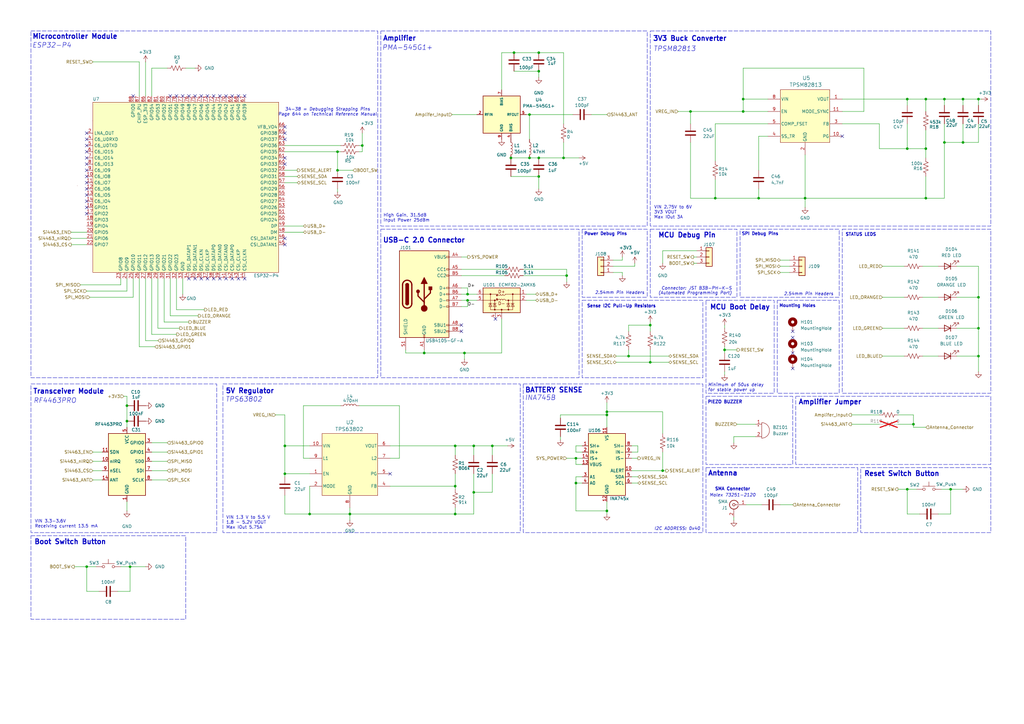
<source format=kicad_sch>
(kicad_sch (version 20250114) (generator "eeschema") (generator_version "9.0")
  (paper "A3")
  (title_block (title "EAGLE Video Receiver") (date "2025-12-02") (rev "A") (company "Illinois Space Society") (comment 3 "Eddie Tang, Azalea Shillington, Mason Miao, Mike Hung, Sahir Pagey") (comment 4 "Contributors: Kacper Paraniuk, Rohan Das, Thomas McManamen, Chethan Karandikar,"))
  (rectangle (start 348.488 97.536) (end 348.488 97.536))
  (rectangle (start 289.56 191.77) (end 351.79 218.44) (stroke (width 0) (type dash)))
  (rectangle (start 289.56 162.56) (end 325.12 190.5) (stroke (width 0) (type dash)))
  (rectangle (start 303.53 93.98) (end 344.17 121.92) (stroke (width 0) (type dash)))
  (rectangle (start 318.77 123.19) (end 344.17 161.29) (stroke (width 0) (type dash)))
  (rectangle (start 12.7 157.48) (end 88.9 218.44) (stroke (width 0) (type dash)))
  (rectangle (start 345.44 93.98) (end 406.4 161.29) (stroke (width 0) (type dash)))
  (rectangle (start 238.76 93.98) (end 265.43 121.92) (stroke (width 0) (type dash)))
  (rectangle (start 156.21 12.7) (end 265.43 92.71) (stroke (width 0) (type dash)))
  (rectangle (start 214.63 157.48) (end 288.29 218.44) (stroke (width 0) (type dash)))
  (rectangle (start 12.7 219.71) (end 76.2 254) (stroke (width 0) (type dash)))
  (rectangle (start 266.7 93.98) (end 302.26 121.92) (stroke (width 0) (type dash)))
  (rectangle (start 353.06 191.77) (end 406.4 218.44) (stroke (width 0) (type dash)))
  (rectangle (start 91.44 157.48) (end 213.36 218.44) (stroke (width 0) (type dash)))
  (rectangle (start 289.56 123.19) (end 317.5 161.29) (stroke (width 0) (type dash)))
  (rectangle (start 156.21 93.98) (end 237.49 154.94) (stroke (width 0) (type dash)))
  (rectangle (start 326.39 162.56) (end 406.4 190.5) (stroke (width 0) (type dash)))
  (rectangle (start 238.76 123.19) (end 288.29 154.94) (stroke (width 0) (type dash)))
  (rectangle (start 406.908 160.274) (end 406.908 160.274))
  (rectangle (start 266.7 12.7) (end 406.4 92.71) (stroke (width 0) (type dash)))
  (rectangle (start 12.7 12.7) (end 154.94 154.94) (stroke (width 0) (type dash)))
  (text "Reset Switch Button" (at 354.33 195.58 0) (effects (font (size 2 2) (thickness 0.4) (bold yes)) (justify left bottom)))
  (text "SPI Debug Pins\n\n" (at 304.165 95.25 0) (effects (font (size 1.27 1.27) (thickness 0.254) (bold yes)) (justify left top)))
  (text "Microcontroller Module\n" (at 13.208 16.256 0) (effects (font (size 2 2) (thickness 0.4) (bold yes)) (justify left bottom)))
  (text "VIN 2.75V to 6V\n3V3 VOUT\nMax IOut 3A" (at 268.224 89.916 0) (effects (font (size 1.27 1.27)) (justify left bottom)))
  (text "TPS63802\n" (at 92.456 165.1 0) (effects (font (size 2 2) (italic yes)) (justify left bottom)))
  (text "Connector: JST B3B-PH-K-S" (at 300.228 119.126 0) (effects (font (size 1.27 1.27) (italic yes)) (justify right bottom)))
  (text "ESP32-P4\n\n" (at 13.208 23.114 0) (effects (font (size 2 2) (italic yes)) (justify left bottom)))
  (text "2.54mm Pin Headers" (at 264.414 120.904 0) (effects (font (size 1.27 1.27) (italic yes)) (justify right bottom)))
  (text "High Gain, 31.5dB\nInput Power 25dBm " (at 157.226 91.186 0) (effects (font (size 1.27 1.27)) (justify left bottom)))
  (text "SMA Connector" (at 300.482 200.66 0) (effects (font (size 1.27 1.27) (thickness 0.254) (bold yes))))
  (text "Amplifier\n" (at 156.972 17.018 0) (effects (font (size 2 2) (thickness 0.4) (bold yes)) (justify left bottom)))
  (text "STATUS LEDS\n" (at 346.71 97.028 0) (effects (font (size 1.27 1.27) (thickness 0.254) (bold yes)) (justify left bottom)))
  (text "PIEZO BUZZER\n" (at 290.195 165.735 0) (effects (font (size 1.27 1.27) (thickness 0.254) (bold yes)) (justify left bottom)))
  (text "Sense I2C Pull-Up Resistors" (at 240.665 126.365 0) (effects (font (size 1.27 1.27) (thickness 0.254) (bold yes)) (justify left bottom)))
  (text "5V Regulator\n\n" (at 92.456 164.846 0) (effects (font (size 2 2) (thickness 0.4) (bold yes)) (justify left bottom)))
  (text "Molex 73251-2120\n" (at 300.482 203.2 0) (effects (font (size 1.27 1.27) (italic yes))))
  (text "I2C ADDRESS: 0x40" (at 287.274 217.678 0) (effects (font (size 1.27 1.27) (italic yes)) (justify right bottom)))
  (text "RF4463PRO\n" (at 13.716 165.608 0) (effects (font (size 2 2) (italic yes)) (justify left bottom)))
  (text "VIN 3.3-3.6V\nReceiving current 13.5 mA" (at 14.224 216.662 0) (effects (font (size 1.27 1.27)) (justify left bottom)))
  (text "Minimum of 50us delay\nfor stable power up\n" (at 290.322 160.782 0) (effects (font (size 1.27 1.27) (italic yes)) (justify left bottom)))
  (text "34-38 = Debugging Strapping Pins\nPage 644 on Technical Reference Manual\n" (at 134.366 45.974 0) (effects (font (size 1.27 1.27) (italic yes))))
  (text "MCU Debug Pin\n\n" (at 269.875 100.965 0) (effects (font (size 2 2) (thickness 0.4) (bold yes)) (justify left bottom)))
  (text "INA745B" (at 215.265 164.465 0) (effects (font (size 2 2) (italic yes)) (justify left bottom)))
  (text "Antenna" (at 290.322 193.04 0) (effects (font (size 2 2) (thickness 0.4) (bold yes)) (justify left top)))
  (text "BATTERY SENSE" (at 215.265 161.29 0) (effects (font (size 2 2) (thickness 0.4) (bold yes)) (justify left bottom)))
  (text "(Automated Programming Port)" (at 300.228 121.031 0) (effects (font (size 1.27 1.27) (italic yes)) (justify right bottom)))
  (text "Amplifier Jumper" (at 327.406 163.83 0) (effects (font (size 2 2) (thickness 0.4) (bold yes)) (justify left top)))
  (text "PMA-545G1+" (at 156.718 20.828 0) (effects (font (size 2 2) (italic yes)) (justify left bottom)))
  (text "Boot Switch Button" (at 13.97 223.52 0) (effects (font (size 2 2) (thickness 0.4) (bold yes)) (justify left bottom)))
  (text "TPSM82813" (at 267.97 21.336 0) (effects (font (size 2 2) (italic yes)) (justify left bottom)))
  (text "VIN 1.3 V to 5.5 V\n1.8 - 5.2V VOUT\nMax IOut 5.75A\n" (at 92.71 217.17 0) (effects (font (size 1.27 1.27)) (justify left bottom)))
  (text "Power Debug Pins" (at 239.522 95.25 0) (effects (font (size 1.27 1.27) (thickness 0.254) (bold yes)) (justify left top)))
  (text "Mounting Holes" (at 319.532 126.238 0) (effects (font (size 1.27 1.27) (thickness 0.254) (bold yes)) (justify left bottom)))
  (text "2.54mm Pin Headers" (at 341.884 121.412 0) (effects (font (size 1.27 1.27) (italic yes)) (justify right bottom)))
  (text "Transceiver Module" (at 13.462 161.798 0) (effects (font (size 2 2) (thickness 0.4) (bold yes)) (justify left bottom)))
  (text "3V3 Buck Converter\n\n" (at 267.716 20.32 0) (effects (font (size 2 2) (thickness 0.4) (bold yes)) (justify left bottom)))
  (text "MCU Boot Delay" (at 291.084 127.254 0) (effects (font (size 2 2) (thickness 0.4) (bold yes)) (justify left bottom)))
  (text "USB-C 2.0 Connector" (at 156.972 99.822 0) (effects (font (size 2 2) (thickness 0.4) (bold yes)) (justify left bottom)))
  (junction (at 201.93 182.88))
  (junction (at 217.17 64.77))
  (junction (at 330.2 81.28))
  (junction (at 297.18 143.51))
  (junction (at 389.89 200.66))
  (junction (at 372.11 60.96))
  (junction (at 401.32 134.62))
  (junction (at 116.84 182.88))
  (junction (at 236.22 198.12))
  (junction (at 401.32 121.92))
  (junction (at 186.69 182.88))
  (junction (at 190.5 144.78))
  (junction (at 231.14 64.77))
  (junction (at 173.99 144.78))
  (junction (at 372.11 40.64))
  (junction (at 236.22 187.96))
  (junction (at 191.77 123.19))
  (junction (at 210.82 21.59))
  (junction (at 394.97 58.42))
  (junction (at 217.17 46.99))
  (junction (at 248.92 170.18))
  (junction (at 387.35 58.42))
  (junction (at 116.84 194.31))
  (junction (at 311.15 81.28))
  (junction (at 248.92 209.55))
  (junction (at 35.56 232.41))
  (junction (at 220.98 72.39))
  (junction (at 148.59 59.69))
  (junction (at 232.41 113.03))
  (junction (at 379.73 40.64))
  (junction (at 304.8 45.72))
  (junction (at 127 210.82))
  (junction (at 138.43 62.23))
  (junction (at 186.69 210.82))
  (junction (at 271.78 193.04))
  (junction (at 401.32 40.64))
  (junction (at 266.7 148.59))
  (junction (at 52.07 172.72))
  (junction (at 374.65 173.99))
  (junction (at 53.34 232.41))
  (junction (at 372.11 200.66))
  (junction (at 194.31 182.88))
  (junction (at 220.98 29.21))
  (junction (at 283.21 45.72))
  (junction (at 186.69 199.39))
  (junction (at 379.73 60.96))
  (junction (at 379.73 81.28))
  (junction (at 257.81 146.05))
  (junction (at 304.8 40.64))
  (junction (at 209.55 64.77))
  (junction (at 220.98 21.59))
  (junction (at 266.7 133.35))
  (junction (at 220.98 64.77))
  (junction (at 394.97 40.64))
  (junction (at 52.07 166.37))
  (junction (at 138.43 69.85))
  (junction (at 191.77 120.65))
  (junction (at 194.31 201.93))
  (junction (at 387.35 40.64))
  (junction (at 143.51 210.82))
  (junction (at 293.37 81.28))
  (junction (at 401.32 146.05))
  (junction (at 248.92 168.91))
  (no_connect (at 35.56 67.31))
  (no_connect (at 80.01 114.3))
  (no_connect (at 95.25 114.3))
  (no_connect (at 35.56 57.15))
  (no_connect (at 35.56 69.85))
  (no_connect (at 69.85 39.37))
  (no_connect (at 92.71 39.37))
  (no_connect (at 100.33 114.3))
  (no_connect (at 77.47 39.37))
  (no_connect (at 189.23 135.89))
  (no_connect (at 35.56 80.01))
  (no_connect (at 87.63 114.3))
  (no_connect (at 97.79 114.3))
  (no_connect (at 85.09 39.37))
  (no_connect (at 35.56 54.61))
  (no_connect (at 116.84 52.07))
  (no_connect (at 54.61 39.37))
  (no_connect (at 100.33 39.37))
  (no_connect (at 82.55 39.37))
  (no_connect (at 35.56 72.39))
  (no_connect (at 95.25 39.37))
  (no_connect (at 35.56 82.55))
  (no_connect (at 35.56 87.63))
  (no_connect (at 35.56 85.09))
  (no_connect (at 35.56 59.69))
  (no_connect (at 92.71 114.3))
  (no_connect (at 116.84 54.61))
  (no_connect (at 116.84 97.79))
  (no_connect (at 74.93 39.37))
  (no_connect (at 116.84 67.31))
  (no_connect (at 35.56 74.93))
  (no_connect (at 325.12 135.89))
  (no_connect (at 325.12 138.43))
  (no_connect (at 345.44 55.88))
  (no_connect (at 160.02 194.31))
  (no_connect (at 72.39 39.37))
  (no_connect (at 97.79 39.37))
  (no_connect (at 116.84 100.33))
  (no_connect (at 189.23 133.35))
  (no_connect (at 35.56 64.77))
  (no_connect (at 90.17 39.37))
  (no_connect (at 35.56 77.47))
  (no_connect (at 35.56 62.23))
  (no_connect (at 116.84 57.15))
  (no_connect (at 87.63 39.37))
  (no_connect (at 85.09 114.3))
  (no_connect (at 77.47 114.3))
  (no_connect (at 80.01 39.37))
  (no_connect (at 325.12 151.13))
  (no_connect (at 82.55 114.3))
  (no_connect (at 203.2 130.81))
  (no_connect (at 325.12 144.78))
  (no_connect (at 90.17 114.3))
  (no_connect (at 116.84 64.77))
  (wire (pts (xy 194.31 182.88) (xy 201.93 182.88)))
  (wire (pts (xy 54.61 114.3) (xy 54.61 121.92)))
  (wire (pts (xy 116.84 210.82) (xy 127 210.82)))
  (wire (pts (xy 259.08 187.96) (xy 261.62 187.96)))
  (wire (pts (xy 271.78 168.91) (xy 248.92 168.91)))
  (wire (pts (xy 138.43 62.23) (xy 138.43 69.85)))
  (wire (pts (xy 238.76 190.5) (xy 236.22 190.5)))
  (wire (pts (xy 252.73 146.05) (xy 257.81 146.05)))
  (wire (pts (xy 372.11 60.96) (xy 379.73 60.96)))
  (wire (pts (xy 401.32 50.8) (xy 401.32 58.42)))
  (wire (pts (xy 257.81 135.89) (xy 257.81 133.35)))
  (wire (pts (xy 52.07 205.74) (xy 52.07 209.55)))
  (wire (pts (xy 29.21 97.79) (xy 35.56 97.79)))
  (wire (pts (xy 259.08 198.12) (xy 261.62 198.12)))
  (wire (pts (xy 284.48 107.95) (xy 285.75 107.95)))
  (wire (pts (xy 260.35 109.22) (xy 251.46 109.22)))
  (wire (pts (xy 38.1 189.23) (xy 41.91 189.23)))
  (wire (pts (xy 53.34 232.41) (xy 59.69 232.41)))
  (wire (pts (xy 72.39 127) (xy 72.39 114.3)))
  (wire (pts (xy 189.23 118.11) (xy 191.77 118.11)))
  (wire (pts (xy 293.37 50.8) (xy 314.96 50.8)))
  (wire (pts (xy 138.43 69.85) (xy 144.78 69.85)))
  (wire (pts (xy 236.22 187.96) (xy 232.41 187.96)))
  (wire (pts (xy 189.23 125.73) (xy 191.77 125.73)))
  (wire (pts (xy 231.14 21.59) (xy 231.14 50.8)))
  (wire (pts (xy 62.23 185.42) (xy 68.58 185.42)))
  (wire (pts (xy 394.97 58.42) (xy 401.32 58.42)))
  (wire (pts (xy 116.84 182.88) (xy 116.84 170.18)))
  (wire (pts (xy 372.11 40.64) (xy 372.11 43.18)))
  (wire (pts (xy 62.23 137.16) (xy 72.39 137.16)))
  (wire (pts (xy 259.08 185.42) (xy 261.62 185.42)))
  (wire (pts (xy 194.31 201.93) (xy 194.31 210.82)))
  (wire (pts (xy 160.02 182.88) (xy 186.69 182.88)))
  (wire (pts (xy 232.41 113.03) (xy 214.63 113.03)))
  (wire (pts (xy 220.98 21.59) (xy 231.14 21.59)))
  (wire (pts (xy 293.37 73.66) (xy 293.37 81.28)))
  (wire (pts (xy 69.85 129.54) (xy 81.28 129.54)))
  (wire (pts (xy 255.27 111.76) (xy 255.27 113.03)))
  (wire (pts (xy 238.76 182.88) (xy 236.22 182.88)))
  (wire (pts (xy 194.31 182.88) (xy 194.31 186.69)))
  (wire (pts (xy 116.84 69.85) (xy 121.92 69.85)))
  (wire (pts (xy 311.15 81.28) (xy 330.2 81.28)))
  (wire (pts (xy 259.08 193.04) (xy 271.78 193.04)))
  (wire (pts (xy 300.99 179.07) (xy 300.99 181.61)))
  (wire (pts (xy 189.23 110.49) (xy 207.01 110.49)))
  (wire (pts (xy 190.5 144.78) (xy 205.74 144.78)))
  (wire (pts (xy 209.55 64.77) (xy 217.17 64.77)))
  (wire (pts (xy 271.78 193.04) (xy 271.78 185.42)))
  (wire (pts (xy 278.13 45.72) (xy 283.21 45.72)))
  (wire (pts (xy 266.7 148.59) (xy 274.32 148.59)))
  (wire (pts (xy 401.32 134.62) (xy 401.32 121.92)))
  (wire (pts (xy 360.68 60.96) (xy 372.11 60.96)))
  (wire (pts (xy 401.32 134.62) (xy 392.43 134.62)))
  (wire (pts (xy 361.95 121.92) (xy 370.84 121.92)))
  (wire (pts (xy 349.25 173.99) (xy 360.68 173.99)))
  (wire (pts (xy 205.74 130.81) (xy 205.74 144.78)))
  (wire (pts (xy 160.02 199.39) (xy 186.69 199.39)))
  (wire (pts (xy 76.2 27.94) (xy 80.01 27.94)))
  (wire (pts (xy 62.23 181.61) (xy 68.58 181.61)))
  (wire (pts (xy 209.55 72.39) (xy 220.98 72.39)))
  (wire (pts (xy 387.35 81.28) (xy 387.35 58.42)))
  (wire (pts (xy 387.35 58.42) (xy 394.97 58.42)))
  (wire (pts (xy 330.2 81.28) (xy 379.73 81.28)))
  (wire (pts (xy 59.69 139.7) (xy 64.77 139.7)))
  (wire (pts (xy 349.25 170.18) (xy 360.68 170.18)))
  (wire (pts (xy 57.15 39.37) (xy 57.15 25.4)))
  (wire (pts (xy 330.2 85.09) (xy 330.2 81.28)))
  (wire (pts (xy 143.51 210.82) (xy 143.51 213.36)))
  (wire (pts (xy 231.14 64.77) (xy 237.49 64.77)))
  (wire (pts (xy 311.15 55.88) (xy 311.15 69.85)))
  (wire (pts (xy 138.43 77.47) (xy 138.43 78.74)))
  (wire (pts (xy 379.73 72.39) (xy 379.73 81.28)))
  (wire (pts (xy 372.11 200.66) (xy 375.92 200.66)))
  (wire (pts (xy 57.15 142.24) (xy 57.15 114.3)))
  (wire (pts (xy 229.87 170.18) (xy 248.92 170.18)))
  (wire (pts (xy 163.83 166.37) (xy 163.83 187.96)))
  (wire (pts (xy 252.73 148.59) (xy 266.7 148.59)))
  (wire (pts (xy 124.46 166.37) (xy 139.7 166.37)))
  (wire (pts (xy 238.76 187.96) (xy 236.22 187.96)))
  (wire (pts (xy 186.69 194.31) (xy 186.69 199.39)))
  (wire (pts (xy 116.84 182.88) (xy 127 182.88)))
  (wire (pts (xy 191.77 118.11) (xy 191.77 120.65)))
  (wire (pts (xy 236.22 198.12) (xy 236.22 209.55)))
  (wire (pts (xy 229.87 180.34) (xy 229.87 179.07)))
  (wire (pts (xy 124.46 187.96) (xy 127 187.96)))
  (wire (pts (xy 201.93 182.88) (xy 208.28 182.88)))
  (wire (pts (xy 201.93 201.93) (xy 194.31 201.93)))
  (wire (pts (xy 160.02 187.96) (xy 163.83 187.96)))
  (wire (pts (xy 232.41 113.03) (xy 232.41 115.57)))
  (wire (pts (xy 401.32 40.64) (xy 402.59 40.64)))
  (wire (pts (xy 297.18 143.51) (xy 302.26 143.51)))
  (wire (pts (xy 248.92 205.74) (xy 248.92 209.55)))
  (wire (pts (xy 116.84 72.39) (xy 121.92 72.39)))
  (wire (pts (xy 379.73 53.34) (xy 379.73 60.96)))
  (wire (pts (xy 220.98 31.75) (xy 220.98 29.21)))
  (wire (pts (xy 236.22 198.12) (xy 238.76 198.12)))
  (wire (pts (xy 205.74 21.59) (xy 205.74 36.83)))
  (wire (pts (xy 304.8 27.94) (xy 304.8 40.64)))
  (wire (pts (xy 116.84 182.88) (xy 116.84 194.31)))
  (wire (pts (xy 217.17 64.77) (xy 220.98 64.77)))
  (wire (pts (xy 361.95 146.05) (xy 370.84 146.05)))
  (wire (pts (xy 148.59 54.61) (xy 148.59 59.69)))
  (wire (pts (xy 62.23 196.85) (xy 68.58 196.85)))
  (wire (pts (xy 116.84 95.25) (xy 124.46 95.25)))
  (wire (pts (xy 148.59 62.23) (xy 148.59 59.69)))
  (wire (pts (xy 30.48 232.41) (xy 35.56 232.41)))
  (wire (pts (xy 62.23 27.94) (xy 68.58 27.94)))
  (wire (pts (xy 283.21 58.42) (xy 283.21 81.28)))
  (wire (pts (xy 116.84 194.31) (xy 127 194.31)))
  (wire (pts (xy 372.11 50.8) (xy 372.11 60.96)))
  (wire (pts (xy 116.84 194.31) (xy 116.84 195.58)))
  (wire (pts (xy 248.92 170.18) (xy 248.92 175.26)))
  (wire (pts (xy 147.32 62.23) (xy 148.59 62.23)))
  (wire (pts (xy 372.11 40.64) (xy 379.73 40.64)))
  (wire (pts (xy 259.08 182.88) (xy 261.62 182.88)))
  (wire (pts (xy 389.89 210.82) (xy 389.89 200.66)))
  (wire (pts (xy 186.69 199.39) (xy 186.69 200.66)))
  (wire (pts (xy 372.11 210.82) (xy 377.19 210.82)))
  (wire (pts (xy 220.98 72.39) (xy 220.98 77.47)))
  (wire (pts (xy 48.26 242.57) (xy 53.34 242.57)))
  (wire (pts (xy 320.04 207.01) (xy 325.12 207.01)))
  (wire (pts (xy 384.81 210.82) (xy 389.89 210.82)))
  (wire (pts (xy 306.07 207.01) (xy 312.42 207.01)))
  (wire (pts (xy 361.95 109.22) (xy 370.84 109.22)))
  (wire (pts (xy 266.7 143.51) (xy 266.7 148.59)))
  (wire (pts (xy 189.23 120.65) (xy 191.77 120.65)))
  (wire (pts (xy 113.03 170.18) (xy 116.84 170.18)))
  (wire (pts (xy 236.22 185.42) (xy 238.76 185.42)))
  (wire (pts (xy 143.51 210.82) (xy 186.69 210.82)))
  (wire (pts (xy 283.21 45.72) (xy 304.8 45.72)))
  (wire (pts (xy 283.21 81.28) (xy 293.37 81.28)))
  (wire (pts (xy 293.37 81.28) (xy 311.15 81.28)))
  (wire (pts (xy 67.31 132.08) (xy 77.47 132.08)))
  (wire (pts (xy 189.23 123.19) (xy 191.77 123.19)))
  (wire (pts (xy 271.78 102.87) (xy 285.75 102.87)))
  (wire (pts (xy 191.77 123.19) (xy 195.58 123.19)))
  (wire (pts (xy 35.56 232.41) (xy 39.37 232.41)))
  (wire (pts (xy 261.62 185.42) (xy 261.62 182.88)))
  (wire (pts (xy 320.04 106.68) (xy 323.85 106.68)))
  (wire (pts (xy 201.93 194.31) (xy 201.93 201.93)))
  (wire (pts (xy 394.97 40.64) (xy 401.32 40.64)))
  (wire (pts (xy 69.85 129.54) (xy 69.85 114.3)))
  (wire (pts (xy 372.11 200.66) (xy 372.11 210.82)))
  (wire (pts (xy 38.1 25.4) (xy 57.15 25.4)))
  (wire (pts (xy 374.65 173.99) (xy 368.3 173.99)))
  (wire (pts (xy 210.82 21.59) (xy 220.98 21.59)))
  (wire (pts (xy 255.27 106.68) (xy 255.27 105.41)))
  (wire (pts (xy 311.15 55.88) (xy 314.96 55.88)))
  (wire (pts (xy 59.69 25.4) (xy 59.69 39.37)))
  (wire (pts (xy 173.99 144.78) (xy 166.37 144.78)))
  (wire (pts (xy 215.9 120.65) (xy 219.71 120.65)))
  (wire (pts (xy 201.93 182.88) (xy 201.93 186.69)))
  (wire (pts (xy 191.77 120.65) (xy 195.58 120.65)))
  (wire (pts (xy 354.33 45.72) (xy 354.33 27.94)))
  (wire (pts (xy 257.81 133.35) (xy 266.7 133.35)))
  (wire (pts (xy 273.05 193.04) (xy 271.78 193.04)))
  (wire (pts (xy 127 210.82) (xy 143.51 210.82)))
  (wire (pts (xy 185.42 46.99) (xy 195.58 46.99)))
  (wire (pts (xy 401.32 146.05) (xy 392.43 146.05)))
  (wire (pts (xy 36.83 121.92) (xy 54.61 121.92)))
  (wire (pts (xy 53.34 242.57) (xy 53.34 232.41)))
  (wire (pts (xy 214.63 110.49) (xy 232.41 110.49)))
  (wire (pts (xy 304.8 27.94) (xy 354.33 27.94)))
  (wire (pts (xy 387.35 50.8) (xy 387.35 58.42)))
  (wire (pts (xy 236.22 187.96) (xy 236.22 190.5)))
  (wire (pts (xy 173.99 144.78) (xy 190.5 144.78)))
  (wire (pts (xy 215.9 46.99) (xy 217.17 46.99)))
  (wire (pts (xy 378.46 109.22) (xy 384.81 109.22)))
  (wire (pts (xy 368.3 170.18) (xy 374.65 170.18)))
  (wire (pts (xy 189.23 105.41) (xy 191.77 105.41)))
  (wire (pts (xy 297.18 143.51) (xy 297.18 144.78)))
  (wire (pts (xy 378.46 121.92) (xy 384.81 121.92)))
  (wire (pts (xy 374.65 170.18) (xy 374.65 173.99)))
  (wire (pts (xy 401.32 109.22) (xy 392.43 109.22)))
  (wire (pts (xy 389.89 200.66) (xy 394.97 200.66)))
  (wire (pts (xy 49.53 114.3) (xy 49.53 116.84)))
  (wire (pts (xy 271.78 177.8) (xy 271.78 168.91)))
  (wire (pts (xy 186.69 210.82) (xy 194.31 210.82)))
  (wire (pts (xy 166.37 143.51) (xy 166.37 144.78)))
  (wire (pts (xy 257.81 143.51) (xy 257.81 146.05)))
  (wire (pts (xy 63.5 142.24) (xy 57.15 142.24)))
  (wire (pts (xy 116.84 74.93) (xy 121.92 74.93)))
  (wire (pts (xy 236.22 182.88) (xy 236.22 185.42)))
  (wire (pts (xy 401.32 152.4) (xy 401.32 146.05)))
  (wire (pts (xy 35.56 232.41) (xy 35.56 242.57)))
  (wire (pts (xy 401.32 121.92) (xy 401.32 109.22)))
  (wire (pts (xy 62.23 193.04) (xy 68.58 193.04)))
  (wire (pts (xy 72.39 127) (xy 83.82 127)))
  (wire (pts (xy 345.44 50.8) (xy 360.68 50.8)))
  (wire (pts (xy 52.07 119.38) (xy 52.07 114.3)))
  (wire (pts (xy 173.99 143.51) (xy 173.99 144.78)))
  (wire (pts (xy 232.41 110.49) (xy 232.41 113.03)))
  (wire (pts (xy 210.82 29.21) (xy 220.98 29.21)))
  (wire (pts (xy 394.97 40.64) (xy 394.97 43.18)))
  (wire (pts (xy 215.9 123.19) (xy 219.71 123.19)))
  (wire (pts (xy 379.73 40.64) (xy 387.35 40.64)))
  (wire (pts (xy 127 199.39) (xy 127 210.82)))
  (wire (pts (xy 387.35 40.64) (xy 387.35 43.18)))
  (wire (pts (xy 302.26 173.99) (xy 309.88 173.99)))
  (wire (pts (xy 74.93 114.3) (xy 74.93 120.65)))
  (wire (pts (xy 374.65 175.26) (xy 379.73 175.26)))
  (wire (pts (xy 49.53 232.41) (xy 53.34 232.41)))
  (wire (pts (xy 52.07 162.56) (xy 52.07 166.37)))
  (wire (pts (xy 284.48 105.41) (xy 285.75 105.41)))
  (wire (pts (xy 300.99 212.09) (xy 300.99 213.36)))
  (wire (pts (xy 271.78 102.87) (xy 271.78 107.95)))
  (wire (pts (xy 266.7 132.08) (xy 266.7 133.35)))
  (wire (pts (xy 191.77 125.73) (xy 191.77 123.19)))
  (wire (pts (xy 38.1 185.42) (xy 41.91 185.42)))
  (wire (pts (xy 52.07 166.37) (xy 52.07 172.72)))
  (wire (pts (xy 251.46 106.68) (xy 255.27 106.68)))
  (wire (pts (xy 248.92 46.99) (xy 242.57 46.99)))
  (wire (pts (xy 297.18 152.4) (xy 297.18 153.67)))
  (wire (pts (xy 29.21 100.33) (xy 35.56 100.33)))
  (wire (pts (xy 138.43 62.23) (xy 139.7 62.23)))
  (wire (pts (xy 59.69 114.3) (xy 59.69 139.7)))
  (wire (pts (xy 401.32 40.64) (xy 401.32 43.18)))
  (wire (pts (xy 293.37 66.04) (xy 293.37 50.8)))
  (wire (pts (xy 231.14 58.42) (xy 231.14 64.77)))
  (wire (pts (xy 147.32 59.69) (xy 148.59 59.69)))
  (wire (pts (xy 35.56 242.57) (xy 40.64 242.57)))
  (wire (pts (xy 304.8 40.64) (xy 304.8 45.72)))
  (wire (pts (xy 378.46 146.05) (xy 384.81 146.05)))
  (wire (pts (xy 229.87 170.18) (xy 229.87 171.45)))
  (wire (pts (xy 186.69 210.82) (xy 186.69 208.28)))
  (wire (pts (xy 190.5 147.32) (xy 190.5 144.78)))
  (wire (pts (xy 29.21 95.25) (xy 35.56 95.25)))
  (wire (pts (xy 238.76 195.58) (xy 236.22 195.58)))
  (wire (pts (xy 189.23 113.03) (xy 207.01 113.03)))
  (wire (pts (xy 194.31 194.31) (xy 194.31 201.93)))
  (wire (pts (xy 379.73 60.96) (xy 379.73 64.77)))
  (wire (pts (xy 163.83 166.37) (xy 147.32 166.37)))
  (wire (pts (xy 297.18 133.35) (xy 297.18 134.62)))
  (wire (pts (xy 311.15 77.47) (xy 311.15 81.28)))
  (wire (pts (xy 116.84 62.23) (xy 138.43 62.23)))
  (wire (pts (xy 143.51 210.82) (xy 143.51 208.28)))
  (wire (pts (xy 304.8 45.72) (xy 314.96 45.72)))
  (wire (pts (xy 186.69 182.88) (xy 194.31 182.88)))
  (wire (pts (xy 394.97 50.8) (xy 394.97 58.42)))
  (wire (pts (xy 217.17 46.99) (xy 217.17 57.15)))
  (wire (pts (xy 379.73 40.64) (xy 379.73 45.72)))
  (wire (pts (xy 320.04 109.22) (xy 323.85 109.22)))
  (wire (pts (xy 38.1 193.04) (xy 41.91 193.04)))
  (wire (pts (xy 283.21 45.72) (xy 283.21 50.8)))
  (wire (pts (xy 62.23 39.37) (xy 62.23 27.94)))
  (wire (pts (xy 257.81 146.05) (xy 274.32 146.05)))
  (wire (pts (xy 217.17 46.99) (xy 234.95 46.99)))
  (wire (pts (xy 116.84 203.2) (xy 116.84 210.82)))
  (wire (pts (xy 320.04 111.76) (xy 323.85 111.76)))
  (wire (pts (xy 52.07 172.72) (xy 52.07 175.26)))
  (wire (pts (xy 368.3 200.66) (xy 372.11 200.66)))
  (wire (pts (xy 248.92 168.91) (xy 248.92 170.18)))
  (wire (pts (xy 345.44 40.64) (xy 372.11 40.64)))
  (wire (pts (xy 379.73 81.28) (xy 387.35 81.28)))
  (wire (pts (xy 35.56 119.38) (xy 52.07 119.38)))
  (wire (pts (xy 33.02 116.84) (xy 49.53 116.84)))
  (wire (pts (xy 67.31 132.08) (xy 67.31 114.3)))
  (wire (pts (xy 255.27 111.76) (xy 251.46 111.76)))
  (wire (pts (xy 116.84 92.71) (xy 124.46 92.71)))
  (wire (pts (xy 236.22 195.58) (xy 236.22 198.12)))
  (wire (pts (xy 64.77 134.62) (xy 64.77 114.3)))
  (wire (pts (xy 261.62 195.58) (xy 259.08 195.58)))
  (wire (pts (xy 236.22 209.55) (xy 248.92 209.55)))
  (wire (pts (xy 50.8 162.56) (xy 52.07 162.56)))
  (wire (pts (xy 386.08 200.66) (xy 389.89 200.66)))
  (wire (pts (xy 38.1 196.85) (xy 41.91 196.85)))
  (wire (pts (xy 387.35 40.64) (xy 394.97 40.64)))
  (wire (pts (xy 124.46 187.96) (xy 124.46 166.37)))
  (wire (pts (xy 62.23 189.23) (xy 68.58 189.23)))
  (wire (pts (xy 62.23 137.16) (xy 62.23 114.3)))
  (wire (pts (xy 205.74 21.59) (xy 210.82 21.59)))
  (wire (pts (xy 330.2 63.5) (xy 330.2 81.28)))
  (wire (pts (xy 248.92 168.91) (xy 248.92 165.1)))
  (wire (pts (xy 374.65 175.26) (xy 374.65 173.99)))
  (wire (pts (xy 378.46 134.62) (xy 384.81 134.62)))
  (wire (pts (xy 361.95 134.62) (xy 370.84 134.62)))
  (wire (pts (xy 186.69 182.88) (xy 186.69 186.69)))
  (wire (pts (xy 309.88 179.07) (xy 300.99 179.07)))
  (wire (pts (xy 304.8 40.64) (xy 314.96 40.64)))
  (wire (pts (xy 345.44 45.72) (xy 354.33 45.72)))
  (wire (pts (xy 64.77 134.62) (xy 73.66 134.62)))
  (wire (pts (xy 260.35 107.95) (xy 260.35 109.22)))
  (wire (pts (xy 401.32 121.92) (xy 392.43 121.92)))
  (wire (pts (xy 360.68 50.8) (xy 360.68 60.96)))
  (wire (pts (xy 248.92 210.82) (xy 248.92 209.55)))
  (wire (pts (xy 401.32 146.05) (xy 401.32 134.62)))
  (wire (pts (xy 220.98 64.77) (xy 231.14 64.77)))
  (wire (pts (xy 266.7 133.35) (xy 266.7 135.89)))
  (wire (pts (xy 297.18 142.24) (xy 297.18 143.51)))
  (wire (pts (xy 116.84 59.69) (xy 139.7 59.69)))
  (label "D+" (at 191.77 118.11 0))
  (label "D-" (at 191.77 125.73 0))
  (hierarchical_label "VREG_IN" (shape input) (at 113.03 170.18 180))
  (hierarchical_label "USB_D+" (shape bidirectional) (at 124.46 92.71 0))
  (hierarchical_label "VREG_IN" (shape input) (at 278.13 45.72 180))
  (hierarchical_label "SENSE_ALERT" (shape output) (at 273.05 193.04 0))
  (hierarchical_label "LED_RED" (shape input) (at 361.95 109.22 180))
  (hierarchical_label "Si4463_GPIO1" (shape input) (at 68.58 185.42 0))
  (hierarchical_label "SENSE_SCL" (shape bidirectional) (at 261.62 198.12 0))
  (hierarchical_label "RESET_SW" (shape output) (at 368.3 200.66 180))
  (hierarchical_label "Si4463_EN" (shape input) (at 29.21 95.25 180))
  (hierarchical_label "SPI_SCK" (shape bidirectional) (at 320.04 111.76 180))
  (hierarchical_label "SPI_MOSI" (shape input) (at 36.83 121.92 180))
  (hierarchical_label "Si4463_ANT" (shape input) (at 248.92 46.99 0))
  (hierarchical_label "SPI_MISO" (shape input) (at 68.58 189.23 0))
  (hierarchical_label "RESET_SW" (shape output) (at 284.48 105.41 180))
  (hierarchical_label "BOOT_SW" (shape input) (at 144.78 69.85 0))
  (hierarchical_label "SENSE_SDA" (shape bidirectional) (at 252.73 146.05 180))
  (hierarchical_label "SPI_SCK" (shape input) (at 68.58 196.85 0))
  (hierarchical_label "SENSE_SDA" (shape bidirectional) (at 274.32 146.05 0))
  (hierarchical_label "Antenna_Connector" (shape input) (at 325.12 207.01 0))
  (hierarchical_label "SENSE_SCL" (shape bidirectional) (at 252.73 148.59 180))
  (hierarchical_label "SPI_MOSI" (shape bidirectional) (at 320.04 109.22 180))
  (hierarchical_label "Si4463_CS" (shape input) (at 38.1 193.04 180))
  (hierarchical_label "USB_D-" (shape bidirectional) (at 219.71 123.19 0))
  (hierarchical_label "SPI_SCK" (shape input) (at 35.56 119.38 180))
  (hierarchical_label "RESET_SW" (shape input) (at 38.1 25.4 180))
  (hierarchical_label "SENSE_SDA" (shape bidirectional) (at 121.92 72.39 0))
  (hierarchical_label "Amplifer_Input" (shape input) (at 185.42 46.99 180))
  (hierarchical_label "Antenna_Connector" (shape input) (at 379.73 175.26 0))
  (hierarchical_label "Si4463_GPIO0" (shape input) (at 68.58 181.61 0))
  (hierarchical_label "Si4463_GPIO0" (shape input) (at 64.77 139.7 0))
  (hierarchical_label "LED_GREEN" (shape output) (at 72.39 137.16 0))
  (hierarchical_label "LED_GREEN" (shape input) (at 361.95 134.62 180))
  (hierarchical_label "Si4463_CS" (shape output) (at 29.21 100.33 180))
  (hierarchical_label "Si4463_nIRQ" (shape input) (at 38.1 189.23 180))
  (hierarchical_label "SYS_POWER" (shape output) (at 191.77 105.41 0))
  (hierarchical_label "Si4463_ANT" (shape input) (at 38.1 196.85 180))
  (hierarchical_label "Si4463_ANT" (shape output) (at 349.25 173.99 180))
  (hierarchical_label "Amplifer_Input" (shape output) (at 349.25 170.18 180))
  (hierarchical_label "+3V3" (shape input) (at 50.8 162.56 180))
  (hierarchical_label "SPI_MISO" (shape input) (at 33.02 116.84 180))
  (hierarchical_label "USB_D+" (shape bidirectional) (at 219.71 120.65 0))
  (hierarchical_label "USB_D-" (shape bidirectional) (at 124.46 95.25 0))
  (hierarchical_label "SPI_MOSI" (shape input) (at 68.58 193.04 0))
  (hierarchical_label "VREG_IN" (shape output) (at 261.62 187.96 0))
  (hierarchical_label "BUZZER" (shape input) (at 302.26 173.99 180))
  (hierarchical_label "LED_ORANGE" (shape output) (at 81.28 129.54 0))
  (hierarchical_label "Si4463_EN" (shape input) (at 38.1 185.42 180))
  (hierarchical_label "LED_RED" (shape output) (at 83.82 127 0))
  (hierarchical_label "LED_ORANGE" (shape input) (at 361.95 121.92 180))
  (hierarchical_label "SYS_POWER" (shape input) (at 232.41 187.96 180))
  (hierarchical_label "LED_BLUE" (shape output) (at 73.66 134.62 0))
  (hierarchical_label "BUZZER" (shape output) (at 77.47 132.08 0))
  (hierarchical_label "Si4463_nIRQ" (shape input) (at 29.21 97.79 180))
  (hierarchical_label "SPI_MISO" (shape bidirectional) (at 320.04 106.68 180))
  (hierarchical_label "SENSE_ALERT" (shape output) (at 121.92 69.85 0))
  (hierarchical_label "SENSE_SCL" (shape bidirectional) (at 274.32 148.59 0))
  (hierarchical_label "BOOT_SW" (shape output) (at 30.48 232.41 180))
  (hierarchical_label "BOOT_SW" (shape output) (at 284.48 107.95 180))
  (hierarchical_label "SENSE_SDA" (shape bidirectional) (at 261.62 195.58 0))
  (hierarchical_label "RESET_SW" (shape output) (at 302.26 143.51 0))
  (hierarchical_label "LED_BLUE" (shape input) (at 361.95 146.05 180))
  (hierarchical_label "Si4463_GPIO1" (shape input) (at 63.5 142.24 0))
  (hierarchical_label "SENSE_SCL" (shape bidirectional) (at 121.92 74.93 0))
  (symbol (lib_id "power:GND") (at 297.18 153.67 0) (unit 1)
    (property "Reference" "#PWR0145" (effects (hide yes)))
    (property "Value" "GND" (effects (hide yes)))
  )
  (symbol (lib_id "Device:C") (at 44.45 242.57 90) (unit 1)
    (property "Reference" "C8" (at 44.45 246.888 90))
    (property "Value" "100nF" (at 44.45 238.76 90))
    (property "Footprint" "Capacitor_SMD:C_0603_1608Metric" (effects (hide yes)))
    (property "Description" "Unpolarized capacitor" (effects (hide yes)))
  )
  (symbol (lib_name "GND_5") (lib_id "power:GND") (at 59.69 232.41 90) (unit 1)
    (property "Reference" "#PWR05" (effects (hide yes)))
    (property "Value" "GND" (at 63.5 232.4099 90) (effects (justify right)))
    (property "Description" "Power symbol creates a global label with name \"GND\" , ground" (effects (hide yes)))
  )
  (symbol (lib_name "GND_4") (lib_id "power:GND") (at 220.98 77.47 0) (unit 1)
    (property "Reference" "#PWR036" (effects (hide yes)))
    (property "Value" "GND" (at 220.98 81.788 0))
    (property "Description" "Power symbol creates a global label with name \"GND\" , ground" (effects (hide yes)))
  )
  (symbol (lib_id "power:+3V3") (at 255.27 105.41 0) (unit 1)
    (property "Reference" "#PWR0146" (effects (hide yes)))
    (property "Value" "+3V3" (at 256.54 101.6 0))
  )
  (symbol (lib_id "Device:L") (at 143.51 166.37 90) (unit 1)
    (property "Reference" "L4" (at 143.51 162.56 90))
    (property "Value" "470nH" (at 143.764 164.338 90))
    (property "Footprint" "Inductor_SMD:L_Wuerth_MAPI-4030" (effects (hide yes)))
    (property "Datasheet" "https://twen.rs-online.com/web/p/surface-mount-inductors/0219783?srsltid=AfmBOoo9Sk5K7jhmoaVX80uGU7Vsk6CYOYr136yHL4eJBjwDb-GV-vbK" (effects (hide yes)))
    (property "Description" "Inductor" (effects (hide yes)))
  )
  (symbol (lib_id "Device:C") (at 394.97 46.99 180) (unit 1)
    (property "Reference" "C4" (at 398.018 49.53 0))
    (property "Value" "22uF" (at 398.272 51.816 0))
    (property "Footprint" "Capacitor_SMD:C_0603_1608Metric" (effects (hide yes)))
    (property "Description" "Unpolarized capacitor" (effects (hide yes)))
  )
  (symbol (lib_name "GND_2") (lib_id "power:GND") (at 59.69 166.37 90) (unit 1)
    (property "Reference" "#PWR035" (effects (hide yes)))
    (property "Value" "GND" (at 63.5 166.3699 90) (effects (justify right)))
    (property "Description" "Power symbol creates a global label with name \"GND\" , ground" (effects (hide yes)))
  )
  (symbol (lib_id "Device:R_US") (at 143.51 59.69 90) (unit 1)
    (property "Reference" "R19" (at 145.034 55.372 90) (effects (justify left)))
    (property "Value" "10k" (at 145.288 57.404 90) (effects (justify left)))
    (property "Footprint" "Resistor_SMD:R_0603_1608Metric" (effects (hide yes)))
    (property "Description" "Resistor, US symbol" (effects (hide yes)))
  )
  (symbol (lib_id "power:GND") (at 255.27 113.03 0) (unit 1)
    (property "Reference" "#PWR0147" (effects (hide yes)))
    (property "Value" "GND" (effects (hide yes)))
  )
  (symbol (lib_id "Device:LED") (at 388.62 146.05 180) (unit 1)
    (property "Reference" "D107" (at 390.2075 138.43 0))
    (property "Value" "BLUE LED" (at 390.2075 140.97 0))
    (property "Footprint" "LED_SMD:LED_0603_1608Metric" (effects (hide yes)))
    (property "Datasheet" "https://www.kingbrightusa.com/images/catalog/SPEC/APTD1608LVBC-D.pdf" (effects (hide yes)))
  )
  (symbol (lib_id "Amplifier_G-NiceRF:PMA-545G1+") (at 205.74 46.99 0) (unit 1)
    (property "Reference" "U4" (at 220.98 40.9192 0))
    (property "Value" "PMA-545G1+" (at 220.98 43.4592 0))
    (property "Footprint" "Package_QFN:QFN-8-1EP_3x3mm_P1.2mm_EP1.7x1.7mm" (effects (hide yes)))
    (property "Datasheet" "https://www.minicircuits.com/pdfs/PMA-545G1+.pdf" (effects (hide yes)))
    (property "Description" "Low Noise MMIC Amplifier, +22dBm" (effects (hide yes)))
  )
  (symbol (lib_id "Device:C") (at 194.31 190.5 180) (unit 1)
    (property "Reference" "C2" (at 196.85 192.786 0))
    (property "Value" "22uF" (at 197.866 195.072 0))
    (property "Footprint" "Capacitor_SMD:C_0603_1608Metric" (effects (hide yes)))
    (property "Description" "Unpolarized capacitor" (effects (hide yes)))
  )
  (symbol (lib_id "Device:C") (at 209.55 68.58 180) (unit 1)
    (property "Reference" "C35" (at 213.36 67.3099 0) (effects (justify right)))
    (property "Value" "100pF" (at 212.09 70.104 0) (effects (justify right)))
    (property "Footprint" "Capacitor_SMD:C_0603_1608Metric" (effects (hide yes)))
    (property "Description" "Unpolarized capacitor" (effects (hide yes)))
  )
  (symbol (lib_id "power:GND") (at 248.92 210.82 0) (unit 1)
    (property "Reference" "#PWR0126" (effects (hide yes)))
    (property "Value" "GND" (effects (hide yes)))
  )
  (symbol (lib_id "Device:C") (at 387.35 46.99 180) (unit 1)
    (property "Reference" "C48" (at 389.89 49.53 0))
    (property "Value" "22uF" (at 390.398 51.308 0))
    (property "Footprint" "Capacitor_SMD:C_0603_1608Metric" (effects (hide yes)))
    (property "Description" "Unpolarized capacitor" (effects (hide yes)))
  )
  (symbol (lib_id "Mechanical:MountingHole_Pad") (at 325.12 142.24 0) (unit 1)
    (property "Reference" "H103" (at 328.295 140.97 0) (effects (justify left)))
    (property "Value" "MountingHole" (at 328.295 143.51 0) (effects (justify left)))
    (property "Footprint" "MountingHole:MountingHole_3.2mm_M3_Pad_Via" (effects (hide yes)))
  )
  (symbol (lib_id "Device:R_US") (at 266.7 139.7 0) (unit 1)
    (property "Reference" "R122" (at 267.97 140.97 0) (effects (justify left)))
    (property "Value" "4.7k" (at 267.97 138.43 0) (effects (justify left)))
    (property "Footprint" "Resistor_SMD:R_0603_1608Metric" (effects (hide yes)))
  )
  (symbol (lib_name "+3V3_1") (lib_id "power:+3V3") (at 59.69 25.4 0) (unit 1)
    (property "Reference" "#PWR042" (effects (hide yes)))
    (property "Value" "+3V3" (at 56.896 21.336 0) (effects (justify left)))
    (property "Description" "Power symbol creates a global label with name \"+3V3\"" (effects (hide yes)))
  )
  (symbol (lib_id "Mechanical:MountingHole_Pad") (at 325.12 148.59 0) (unit 1)
    (property "Reference" "H104" (at 328.295 147.32 0) (effects (justify left)))
    (property "Value" "MountingHole" (at 328.295 149.86 0) (effects (justify left)))
    (property "Footprint" "MountingHole:MountingHole_3.2mm_M3_Pad_Via" (effects (hide yes)))
  )
  (symbol (lib_id "Device:C") (at 283.21 54.61 180) (unit 1)
    (property "Reference" "C45" (at 288.29 53.3399 0) (effects (justify right)))
    (property "Value" "22uF" (at 288.29 55.8799 0) (effects (justify right)))
    (property "Footprint" "Capacitor_SMD:C_0603_1608Metric" (effects (hide yes)))
    (property "Description" "Unpolarized capacitor" (effects (hide yes)))
  )
  (symbol (lib_id "Device:C") (at 210.82 25.4 0) (unit 1)
    (property "Reference" "C33" (at 214.122 24.13 0) (effects (justify left)))
    (property "Value" "100pF" (at 212.852 27.686 0) (effects (justify left)))
    (property "Footprint" "Capacitor_SMD:C_0603_1608Metric" (effects (hide yes)))
    (property "Description" "Unpolarized capacitor" (effects (hide yes)))
  )
  (symbol (lib_id "power:GND") (at 232.41 115.57 0) (unit 1)
    (property "Reference" "#PWR0116" (effects (hide yes)))
    (property "Value" "GND" (effects (hide yes)))
  )
  (symbol (lib_id "Device:R_US") (at 257.81 139.7 0) (unit 1)
    (property "Reference" "R117" (at 256.54 140.97 0) (effects (justify right)))
    (property "Value" "4.7k" (at 256.54 138.43 0) (effects (justify right)))
    (property "Footprint" "Resistor_SMD:R_0603_1608Metric" (effects (hide yes)))
  )
  (symbol (lib_id "Device:C") (at 116.84 199.39 180) (unit 1)
    (property "Reference" "C1" (at 120.65 198.1199 0) (effects (justify right)))
    (property "Value" "22uF" (at 120.65 200.6599 0) (effects (justify right)))
    (property "Footprint" "Capacitor_SMD:C_0603_1608Metric" (effects (hide yes)))
    (property "Description" "Unpolarized capacitor" (effects (hide yes)))
  )
  (symbol (lib_id "Device:C") (at 311.15 73.66 180) (unit 1)
    (property "Reference" "C46" (at 316.23 72.3899 0) (effects (justify right)))
    (property "Value" "4.7nF" (at 316.23 74.9299 0) (effects (justify right)))
    (property "Footprint" "Capacitor_SMD:C_0603_1608Metric" (effects (hide yes)))
    (property "Description" "Unpolarized capacitor" (effects (hide yes)))
  )
  (symbol (lib_id "Device:R_US") (at 231.14 54.61 0) (unit 1)
    (property "Reference" "R4" (at 232.41 54.102 0) (effects (justify left)))
    (property "Value" "0" (at 232.41 56.134 0) (effects (justify left)))
    (property "Footprint" "Resistor_SMD:R_0603_1608Metric" (effects (hide yes)))
    (property "Description" "Resistor, US symbol" (effects (hide yes)))
  )
  (symbol (lib_name "GND_4") (lib_id "power:GND") (at 190.5 147.32 0) (unit 1)
    (property "Reference" "#PWR043" (effects (hide yes)))
    (property "Value" "GND" (at 190.5 151.638 0))
    (property "Description" "Power symbol creates a global label with name \"GND\" , ground" (effects (hide yes)))
  )
  (symbol (lib_id "Device:R_US") (at 293.37 69.85 0) (unit 1)
    (property "Reference" "R14" (at 294.64 69.342 0) (effects (justify left)))
    (property "Value" "10k" (at 294.64 71.374 0) (effects (justify left)))
    (property "Footprint" "Resistor_SMD:R_0603_1608Metric" (effects (hide yes)))
    (property "Description" "Resistor, US symbol" (effects (hide yes)))
  )
  (symbol (lib_id "Transceiver_G-NiceRF:RF4463PRO") (at 52.07 189.23 0) (unit 1)
    (property "Reference" "U1" (effects (hide yes)))
    (property "Value" "RF4463PRO" (at 38.862 173.99 0) (effects (justify left)))
    (property "Footprint" "RF_Module_NiceRF:RF4463PRO" (effects (hide yes)))
    (property "Datasheet" "https://www.lcsc.com/datasheet/C3001528.pdf" (effects (hide yes)))
    (property "Description" "Long-distance wireless transceiver module, -126 dBm Sensitivity, 20dBm, 10mA@Receiving status" (effects (hide yes)))
  )
  (symbol (lib_id "Device:L") (at 217.17 60.96 0) (unit 1)
    (property "Reference" "L2" (at 218.44 59.6899 0) (effects (justify left)))
    (property "Value" "47nH" (at 218.44 62.2299 0) (effects (justify left)))
    (property "Footprint" "Inductor_SMD:L_0805_2012Metric" (effects (hide yes)))
    (property "Datasheet" "https://www.digikey.com/en/products/detail/murata-electronics/LQW2BAN47NG00L/5026491?gclsrc=aw.ds&gad_source=1&gad_campaignid=20509818233&gclid=CjwKCAiA8bvIBhBJEiwAu5ayrLz6e7HBlCgCuWkZEgYAe8MkRx9eNi643_MrEV7VP9tfTcZ_6bk-BhoCiPsQAvD_BwE" (effects (hide yes)))
    (property "Description" "Inductor" (effects (hide yes)))
  )
  (symbol (lib_id "Device:R_US") (at 364.49 170.18 90) (unit 1)
    (property "Reference" "R118" (at 359.41 168.91 90))
    (property "Value" "0" (at 368.3 168.91 90))
    (property "Footprint" "Resistor_SMD:R_0603_1608Metric" (effects (hide yes)))
    (property "Description" "Resistor, US symbol" (effects (hide yes)))
  )
  (symbol (lib_id "Device:C") (at 401.32 46.99 180) (unit 1)
    (property "Reference" "C5" (at 403.606 49.784 0))
    (property "Value" "22uF" (at 403.86 51.816 0))
    (property "Footprint" "Capacitor_SMD:C_0603_1608Metric" (effects (hide yes)))
    (property "Description" "Unpolarized capacitor" (effects (hide yes)))
  )
  (symbol (lib_id "Device:R_US") (at 210.82 113.03 270) (unit 1)
    (property "Reference" "R106" (at 203.2 111.76 90) (effects (justify left)))
    (property "Value" "5.1k" (at 214.63 111.76 90) (effects (justify left)))
    (property "Footprint" "Resistor_SMD:R_0603_1608Metric" (effects (hide yes)))
    (property "Description" "Resistor, US symbol" (effects (hide yes)))
  )
  (symbol (lib_name "GND_2") (lib_id "power:GND") (at 59.69 172.72 90) (unit 1)
    (property "Reference" "#PWR034" (effects (hide yes)))
    (property "Value" "GND" (at 63.5 172.7199 90) (effects (justify right)))
    (property "Description" "Power symbol creates a global label with name \"GND\" , ground" (effects (hide yes)))
  )
  (symbol (lib_id "power:+3V3") (at 266.7 132.08 0) (unit 1)
    (property "Reference" "#PWR0130" (effects (hide yes)))
    (property "Value" "+3V3" (at 266.7 127.9469 0))
  )
  (symbol (lib_id "Device:R_US") (at 374.65 109.22 90) (unit 1)
    (property "Reference" "R141" (at 374.65 102.87 90))
    (property "Value" "470" (at 374.65 105.41 90))
    (property "Footprint" "Resistor_SMD:R_0603_1608Metric" (effects (hide yes)))
  )
  (symbol (lib_id "Device:C") (at 297.18 148.59 0) (unit 1)
    (property "Reference" "C120" (at 298.45 146.05 0) (effects (justify left)))
    (property "Value" "1uF" (at 298.45 151.13 0) (effects (justify left)))
    (property "Footprint" "Capacitor_SMD:C_0603_1608Metric" (effects (hide yes)))
  )
  (symbol (lib_id "Device:R_US") (at 379.73 49.53 180) (unit 1)
    (property "Reference" "R18" (at 385.064 52.07 0) (effects (justify left)))
    (property "Value" "453k" (at 386.08 50.038 0) (effects (justify left)))
    (property "Footprint" "Resistor_SMD:R_0603_1608Metric" (effects (hide yes)))
    (property "Description" "Resistor, US symbol" (effects (hide yes)))
  )
  (symbol (lib_id "Device:C") (at 316.23 207.01 90) (unit 1)
    (property "Reference" "C49" (at 316.23 200.66 90))
    (property "Value" "100pF" (at 316.23 203.2 90))
    (property "Footprint" "Capacitor_SMD:C_0603_1608Metric" (effects (hide yes)))
    (property "Description" "Unpolarized capacitor" (effects (hide yes)))
  )
  (symbol (lib_id "power:+3V3") (at 297.18 133.35 0) (unit 1)
    (property "Reference" "#PWR0144" (effects (hide yes)))
    (property "Value" "+3V3" (at 297.18 129.2169 0))
  )
  (symbol (lib_id "Device:R_US") (at 374.65 121.92 90) (unit 1)
    (property "Reference" "R142" (at 374.65 115.57 90))
    (property "Value" "470" (at 374.65 118.11 90))
    (property "Footprint" "Resistor_SMD:R_0603_1608Metric" (effects (hide yes)))
  )
  (symbol (lib_id "Device:R_US") (at 379.73 68.58 180) (unit 1)
    (property "Reference" "R16" (at 378.46 69.088 0) (effects (justify left)))
    (property "Value" "100k" (at 378.46 67.056 0) (effects (justify left)))
    (property "Footprint" "Resistor_SMD:R_0603_1608Metric" (effects (hide yes)))
    (property "Description" "Resistor, US symbol" (effects (hide yes)))
  )
  (symbol (lib_id "power:GND") (at 229.87 180.34 0) (unit 1)
    (property "Reference" "#PWR0120" (effects (hide yes)))
    (property "Value" "GND" (effects (hide yes)))
  )
  (symbol (lib_id "Device:LED") (at 388.62 134.62 180) (unit 1)
    (property "Reference" "D106" (at 390.2075 127.635 0))
    (property "Value" "GREEN LED" (at 390.2075 130.175 0))
    (property "Footprint" "LED_SMD:LED_0603_1608Metric" (effects (hide yes)))
    (property "Datasheet" "https://www.kingbrightusa.com/images/catalog/SPEC/APTD1608LZGCK.pdf" (effects (hide yes)))
  )
  (symbol (lib_id "Device:R_US") (at 210.82 110.49 270) (unit 1)
    (property "Reference" "R105" (at 203.2 109.22 90) (effects (justify left)))
    (property "Value" "5.1k" (at 214.63 109.22 90) (effects (justify left)))
    (property "Footprint" "Resistor_SMD:R_0603_1608Metric" (effects (hide yes)))
    (property "Description" "Resistor, US symbol" (effects (hide yes)))
  )
  (symbol (lib_id "Device:C") (at 229.87 175.26 0) (unit 1)
    (property "Reference" "C114" (at 237.49 173.99 0) (effects (justify right)))
    (property "Value" "100nF" (at 232.41 176.53 0) (effects (justify left)))
    (property "Footprint" "Capacitor_SMD:C_0603_1608Metric" (effects (hide yes)))
  )
  (symbol (lib_id "Device:R_US") (at 364.49 173.99 90) (unit 1) (dnp yes)
    (property "Reference" "R119" (at 359.41 172.72 90))
    (property "Value" "0" (at 368.3 172.72 90))
    (property "Footprint" "Resistor_SMD:R_0603_1608Metric" (effects (hide yes)))
    (property "Description" "Resistor, US symbol" (effects (hide yes)))
  )
  (symbol (lib_name "GND_4") (lib_id "power:GND") (at 330.2 85.09 0) (unit 1)
    (property "Reference" "#PWR039" (effects (hide yes)))
    (property "Value" "GND" (at 330.2 89.408 0))
    (property "Description" "Power symbol creates a global label with name \"GND\" , ground" (effects (hide yes)))
  )
  (symbol (lib_id "Connector_Generic:Conn_01x03") (at 246.38 109.22 180) (unit 1)
    (property "Reference" "J108" (at 246.38 104.14 0))
    (property "Value" "Conn_01x03" (effects (hide yes)))
    (property "Footprint" "Connector_PinSocket_2.54mm:PinSocket_1x03_P2.54mm_Vertical" (effects (hide yes)))
    (property "Description" "Generic connector, single row, 01x03, script generated (kicad-library-utils/schlib/autogen/connector/)" (effects (hide yes)))
  )
  (symbol (lib_id "Power_Protection:ECMF02-2AMX6") (at 205.74 123.19 0) (mirror y) (unit 1)
    (property "Reference" "U101" (at 200.66 116.84 0))
    (property "Value" "ECMF02-2AMX6" (at 212.09 116.84 0))
    (property "Footprint" "Package_DFN_QFN:ST_UQFN-6L_1.5x1.7mm_P0.5mm" (effects (hide yes)))
    (property "Datasheet" "https://www.st.com/resource/en/datasheet/ecmf02-2amx6.pdf" (effects (hide yes)))
  )
  (symbol (lib_name "+3V3_1") (lib_id "power:+3V3") (at 148.59 54.61 0) (unit 1)
    (property "Reference" "#PWR04" (effects (hide yes)))
    (property "Value" "+3V3" (at 147.828 50.546 0) (effects (justify left)))
    (property "Description" "Power symbol creates a global label with name \"+3V3\"" (effects (hide yes)))
  )
  (symbol (lib_id "Device:R_US") (at 143.51 62.23 90) (unit 1)
    (property "Reference" "R5" (at 144.018 66.04 90) (effects (justify left)))
    (property "Value" "10k" (at 145.542 64.516 90) (effects (justify left)))
    (property "Footprint" "Resistor_SMD:R_0603_1608Metric" (effects (hide yes)))
    (property "Description" "Resistor, US symbol" (effects (hide yes)))
  )
  (symbol (lib_name "GND_4") (lib_id "power:GND") (at 138.43 78.74 0) (unit 1)
    (property "Reference" "#PWR047" (effects (hide yes)))
    (property "Value" "GND" (at 138.684 83.058 0))
    (property "Description" "Power symbol creates a global label with name \"GND\" , ground" (effects (hide yes)))
  )
  (symbol (lib_id "Device:R_US") (at 374.65 134.62 90) (unit 1)
    (property "Reference" "R143" (at 374.65 128.27 90))
    (property "Value" "470" (at 374.65 130.81 90))
    (property "Footprint" "Resistor_SMD:R_0603_1608Metric" (effects (hide yes)))
  )
  (symbol (lib_id "Device:R_US") (at 186.69 190.5 0) (unit 1)
    (property "Reference" "R1" (at 187.96 189.992 0) (effects (justify left)))
    (property "Value" "806k" (at 187.96 192.024 0) (effects (justify left)))
    (property "Footprint" "Resistor_SMD:R_0603_1608Metric" (effects (hide yes)))
    (property "Description" "Resistor, US symbol" (effects (hide yes)))
  )
  (symbol (lib_id "Regulator_Texas:TPSM82813") (at 330.2 46.99 0) (unit 1)
    (property "Reference" "U5" (at 330.708 32.004 0) (effects (font (size 1.524 1.524))))
    (property "Value" "TPSM82813" (at 330.454 34.798 0) (effects (font (size 1.524 1.524))))
    (property "Footprint" "Package_QFN:QFN-FCMOD-VCA0013A" (effects (hide yes)))
    (property "Datasheet" "https://www.ti.com/lit/gpn/tpsm82813" (effects (hide yes)))
    (property "Description" "3v3 Voltage Regulator, 2.75V to 6V Input, Max 3A IOUT" (effects (hide yes)))
  )
  (symbol (lib_id "Device:Buzzer") (at 312.42 176.53 0) (unit 1)
    (property "Reference" "BZ101" (at 316.865 175.26 0) (effects (justify left)))
    (property "Value" "Buzzer" (at 316.865 177.8 0) (effects (justify left)))
    (property "Footprint" "Buzzer_Beeper:MagneticBuzzer_PUI_AT-0927-TT-6-R" (effects (hide yes)))
    (property "Datasheet" "https://api.puiaudio.com/file/563336a2-22a4-46b1-90d7-2afc60580aa4.pdf" (effects (hide yes)))
  )
  (symbol (lib_id "power:+12V") (at 260.35 107.95 0) (unit 1)
    (property "Reference" "#PWR0148" (effects (hide yes)))
    (property "Value" "+5V" (at 260.35 103.632 0))
    (property "Description" "Power symbol creates a global label with name \"+12V\"" (effects (hide yes)))
  )
  (symbol (lib_id "Device:C") (at 381 210.82 90) (unit 1)
    (property "Reference" "C7" (at 381 215.138 90))
    (property "Value" "100nF" (at 381 207.01 90))
    (property "Footprint" "Capacitor_SMD:C_0603_1608Metric" (effects (hide yes)))
    (property "Description" "Unpolarized capacitor" (effects (hide yes)))
  )
  (symbol (lib_name "GND_1") (lib_id "power:GND") (at 74.93 120.65 0) (unit 1)
    (property "Reference" "#PWR03" (effects (hide yes)))
    (property "Value" "GND" (at 78.486 122.428 0))
    (property "Description" "Power symbol creates a global label with name \"GND\" , ground" (effects (hide yes)))
  )
  (symbol (lib_name "GND_2") (lib_id "power:GND") (at 52.07 209.55 0) (unit 1)
    (property "Reference" "#PWR08" (effects (hide yes)))
    (property "Value" "GND" (at 52.07 215.9 0))
    (property "Description" "Power symbol creates a global label with name \"GND\" , ground" (effects (hide yes)))
  )
  (symbol (lib_id "power:GND") (at 300.99 181.61 0) (unit 1)
    (property "Reference" "#PWR0142" (effects (hide yes)))
    (property "Value" "GND" (effects (hide yes)))
  )
  (symbol (lib_name "GND_3") (lib_id "power:GND") (at 205.74 57.15 0) (unit 1)
    (property "Reference" "#PWR016" (effects (hide yes)))
    (property "Value" "GND" (at 205.74 63.5 0))
    (property "Description" "Power symbol creates a global label with name \"GND\" , ground" (effects (hide yes)))
  )
  (symbol (lib_name "GND_13") (lib_id "power:GND") (at 220.98 31.75 0) (unit 1)
    (property "Reference" "#PWR037" (effects (hide yes)))
    (property "Value" "GND" (at 220.98 38.1 0))
    (property "Description" "Power symbol creates a global label with name \"GND\" , ground" (effects (hide yes)))
  )
  (symbol (lib_id "Device:C") (at 55.88 166.37 90) (unit 1)
    (property "Reference" "C10" (at 55.626 160.782 90))
    (property "Value" "1uF" (at 55.88 162.814 90))
    (property "Footprint" "Capacitor_SMD:C_0603_1608Metric" (effects (hide yes)))
    (property "Description" "Unpolarized capacitor" (effects (hide yes)))
  )
  (symbol (lib_id "Connector_Generic:Conn_01x03") (at 290.83 105.41 0) (unit 1)
    (property "Reference" "J107" (at 290.83 100.33 0))
    (property "Value" "Conn_01x03" (effects (hide yes)))
    (property "Footprint" "Connector_JST:JST_PH_B3B-PH-K_1x03_P2.00mm_Vertical" (effects (hide yes)))
    (property "Datasheet" "https://www.jst-mfg.com/product/pdf/eng/ePH.pdf" (effects (hide yes)))
  )
  (symbol (lib_id "Switch:SW_Push") (at 44.45 232.41 0) (unit 1)
    (property "Reference" "SW3" (at 38.608 230.886 0))
    (property "Value" "SW_Push" (at 51.816 230.886 0))
    (property "Footprint" "Button_Switch_SMD:SW_SPST_FSMSM" (effects (hide yes)))
    (property "Description" "Push button switch, generic, two pins" (effects (hide yes)))
  )
  (symbol (lib_id "Device:C") (at 372.11 46.99 180) (unit 1)
    (property "Reference" "C47" (at 368.3 52.07 0))
    (property "Value" "10pF" (at 368.554 49.784 0))
    (property "Footprint" "Capacitor_SMD:C_0603_1608Metric" (effects (hide yes)))
    (property "Description" "Unpolarized capacitor" (effects (hide yes)))
  )
  (symbol (lib_name "GND_4") (lib_id "power:GND") (at 143.51 213.36 0) (unit 1)
    (property "Reference" "#PWR01" (effects (hide yes)))
    (property "Value" "GND" (at 143.51 217.678 0))
    (property "Description" "Power symbol creates a global label with name \"GND\" , ground" (effects (hide yes)))
  )
  (symbol (lib_id "power:+3V3") (at 237.49 64.77 270) (unit 1)
    (property "Reference" "#PWR033" (effects (hide yes)))
    (property "Value" "+5V" (at 239.268 67.056 90))
  )
  (symbol (lib_id "Device:C") (at 220.98 25.4 0) (unit 1)
    (property "Reference" "C34" (at 224.028 24.13 0) (effects (justify left)))
    (property "Value" "1uF" (at 224.536 25.908 0) (effects (justify left)))
    (property "Footprint" "Capacitor_SMD:C_0603_1608Metric" (effects (hide yes)))
    (property "Description" "Unpolarized capacitor" (effects (hide yes)))
  )
  (symbol (lib_id "Mechanical:MountingHole_Pad") (at 325.12 133.35 0) (unit 1)
    (property "Reference" "H101" (at 328.295 132.08 0) (effects (justify left)))
    (property "Value" "MountingHole" (at 328.295 134.62 0) (effects (justify left)))
    (property "Footprint" "MountingHole:MountingHole_3.2mm_M3_Pad_Via" (effects (hide yes)))
  )
  (symbol (lib_name "INA745x_1") (lib_id "Sensor_Power_Texas:INA745x") (at 248.92 190.5 0) (unit 1)
    (property "Reference" "U106" (at 243.84 176.53 0))
    (property "Value" "INA745x" (at 254 204.47 0))
    (property "Footprint" "Package_VQFN:VQFN-REL0014B" (effects (hide yes)))
    (property "Datasheet" "https://www.ti.com/lit/ds/symlink/ina745b.pdf" (effects (hide yes)))
    (property "Description" "I2C Digital Power Monitor, VQFN REL" (effects (hide yes)))
  )
  (symbol (lib_id "Device:R_US") (at 374.65 146.05 90) (unit 1)
    (property "Reference" "R144" (at 374.65 139.7 90))
    (property "Value" "470" (at 374.65 142.24 90))
    (property "Footprint" "Resistor_SMD:R_0603_1608Metric" (effects (hide yes)))
  )
  (symbol (lib_id "Device:LED") (at 388.62 109.22 180) (unit 1)
    (property "Reference" "D104" (at 390.2075 102.235 0))
    (property "Value" "RED LED" (at 390.2075 104.775 0))
    (property "Footprint" "LED_SMD:LED_0603_1608Metric" (effects (hide yes)))
    (property "Datasheet" "http://www.us.kingbright.com/images/catalog/SPEC/APT1608SURCK.pdf" (effects (hide yes)))
  )
  (symbol (lib_id "Device:C") (at 55.88 172.72 90) (unit 1)
    (property "Reference" "C31" (at 55.88 176.276 90))
    (property "Value" "100nF" (at 55.88 169.672 90))
    (property "Footprint" "Capacitor_SMD:C_0603_1608Metric" (effects (hide yes)))
    (property "Description" "Unpolarized capacitor" (effects (hide yes)))
  )
  (symbol (lib_id "Device:R_US") (at 186.69 204.47 0) (unit 1)
    (property "Reference" "R2" (at 187.96 203.962 0) (effects (justify left)))
    (property "Value" "91k" (at 187.96 205.994 0) (effects (justify left)))
    (property "Footprint" "Resistor_SMD:R_0603_1608Metric" (effects (hide yes)))
    (property "Description" "Resistor, US symbol" (effects (hide yes)))
  )
  (symbol (lib_name "GND_6") (lib_id "power:GND") (at 394.97 200.66 90) (unit 1)
    (property "Reference" "#PWR06" (effects (hide yes)))
    (property "Value" "GND" (at 398.78 200.6599 90) (effects (justify right)))
    (property "Description" "Power symbol creates a global label with name \"GND\" , ground" (effects (hide yes)))
  )
  (symbol (lib_id "MCU_ESP32:ESP32-P4NRW32-Module") (at 77.47 76.2 0) (unit 1)
    (property "Reference" "U7" (at 39.37 40.64 0))
    (property "Value" "ESP32-P4" (at 109.22 113.03 0))
    (property "Footprint" "MCU_ESP32:ESP32-P4-Module" (effects (hide yes)))
    (property "Datasheet" "https://www.waveshare.com/wiki/ESP32-P4-Module" (effects (hide yes)))
    (property "Description" "MCU with one RISC-V 32-bit dual-core high-performance microprocessor and one single-core low-power microprocessor, QFN104 (10×10 mm) Package, 16 MB or 32 MB PSRAM in the chip’s package" (effects (hide yes)))
  )
  (symbol (lib_id "Connector:Conn_Coaxial") (at 300.99 207.01 0) (mirror y) (unit 1)
    (property "Reference" "J1" (at 298.45 208.28 0) (effects (justify left)))
    (property "Value" "SMA" (at 298.45 205.74 0) (effects (justify left)))
    (property "Footprint" "Connector_Coaxial:SMA_Molex_73251-2120_EdgeMount_Horizontal" (effects (hide yes)))
    (property "Datasheet" "https://www.molex.com/en-us/products/part-detail-pdf/732512120?display=pdf" (effects (hide yes)))
  )
  (symbol (lib_id "Device:C") (at 201.93 190.5 180) (unit 1)
    (property "Reference" "C6" (at 206.502 190.5 0))
    (property "Value" "22uF" (at 207.264 192.786 0))
    (property "Footprint" "Capacitor_SMD:C_0603_1608Metric" (effects (hide yes)))
    (property "Description" "Unpolarized capacitor" (effects (hide yes)))
  )
  (symbol (lib_id "power:+3V3") (at 248.92 165.1 0) (unit 1)
    (property "Reference" "#PWR0125" (effects (hide yes)))
    (property "Value" "+3V3" (at 248.92 161.29 0))
  )
  (symbol (lib_id "Device:R_US") (at 72.39 27.94 90) (unit 1)
    (property "Reference" "R3" (at 73.914 23.622 90) (effects (justify left)))
    (property "Value" "0" (at 73.152 25.4 90) (effects (justify left)))
    (property "Footprint" "Resistor_SMD:R_0603_1608Metric" (effects (hide yes)))
    (property "Description" "Resistor, US symbol" (effects (hide yes)))
  )
  (symbol (lib_name "+3V3_1") (lib_id "power:+3V3") (at 402.59 40.64 270) (unit 1)
    (property "Reference" "#PWR040" (effects (hide yes)))
    (property "Value" "+3V3" (at 401.32 38.1 90) (effects (justify left)))
    (property "Description" "Power symbol creates a global label with name \"+3V3\"" (effects (hide yes)))
  )
  (symbol (lib_id "Device:R_US") (at 297.18 138.43 180) (unit 1)
    (property "Reference" "R140" (at 298.831 137.5215 0) (effects (justify right)))
    (property "Value" "20k" (at 298.831 140.2966 0) (effects (justify right)))
    (property "Footprint" "Resistor_SMD:R_0603_1608Metric" (effects (hide yes)))
  )
  (symbol (lib_id "TPS63802:TPS63802DLAR") (at 143.51 190.5 0) (unit 1)
    (property "Reference" "U2" (at 143.51 173.228 0) (effects (font (size 1.524 1.524))))
    (property "Value" "TPS63802" (at 143.256 176.022 0) (effects (font (size 1.524 1.524))))
    (property "Footprint" "Package_SON_ISS:VSON-HR-DLA0010A" (effects (hide yes)))
    (property "Datasheet" "https://www.ti.com/lit/gpn/tps63802" (effects (hide yes)))
    (property "Description" "5V Buck-Boost Converter" (effects (hide yes)))
  )
  (symbol (lib_name "GND_8") (lib_id "power:GND") (at 80.01 27.94 90) (unit 1)
    (property "Reference" "#PWR010" (effects (hide yes)))
    (property "Value" "GND" (at 83.82 27.9399 90) (effects (justify right)))
    (property "Description" "Power symbol creates a global label with name \"GND\" , ground" (effects (hide yes)))
  )
  (symbol (lib_id "Device:C") (at 238.76 46.99 270) (unit 1)
    (property "Reference" "C37" (at 238.76 40.64 90))
    (property "Value" "100pF" (at 238.76 43.18 90))
    (property "Footprint" "Capacitor_SMD:C_0603_1608Metric" (effects (hide yes)))
    (property "Description" "Unpolarized capacitor" (effects (hide yes)))
  )
  (symbol (lib_id "Device:L") (at 209.55 60.96 0) (unit 1)
    (property "Reference" "L1" (at 210.82 59.6899 0) (effects (justify left)))
    (property "Value" "36nH" (at 210.82 62.2299 0) (effects (justify left)))
    (property "Footprint" "Inductor_SMD:L_0805_2012Metric" (effects (hide yes)))
    (property "Datasheet" "https://www.digikey.com/en/products/detail/murata-electronics/LQW2BAN36NJ00L/6799463" (effects (hide yes)))
    (property "Description" "Inductor" (effects (hide yes)))
  )
  (symbol (lib_id "Device:R_US") (at 271.78 181.61 0) (unit 1)
    (property "Reference" "R116" (at 273.304 180.34 0) (effects (justify left)))
    (property "Value" "10k" (at 273.304 182.88 0) (effects (justify left)))
    (property "Footprint" "Resistor_SMD:R_0603_1608Metric" (effects (hide yes)))
    (property "Description" "Resistor, US symbol" (effects (hide yes)))
  )
  (symbol (lib_id "Device:C") (at 138.43 73.66 0) (unit 1)
    (property "Reference" "C3" (at 142.24 72.3899 0) (effects (justify left)))
    (property "Value" "100nF" (at 141.732 74.93 0) (effects (justify left)))
    (property "Footprint" "Capacitor_SMD:C_0603_1608Metric" (effects (hide yes)))
    (property "Description" "Unpolarized capacitor" (effects (hide yes)))
  )
  (symbol (lib_id "Device:LED") (at 388.62 121.92 180) (unit 1)
    (property "Reference" "D105" (at 390.2075 114.3 0))
    (property "Value" "ORANGE LED" (at 390.2075 116.84 0))
    (property "Footprint" "LED_SMD:LED_0603_1608Metric" (effects (hide yes)))
    (property "Datasheet" "https://www.kingbrightusa.com/images/catalog/SPEC/APTD1608LSECK-J4-PF.pdf" (effects (hide yes)))
  )
  (symbol (lib_name "+3V3_1") (lib_id "power:+3V3") (at 208.28 182.88 270) (unit 1)
    (property "Reference" "#PWR02" (effects (hide yes)))
    (property "Value" "+5V" (at 207.01 180.34 90) (effects (justify left)))
    (property "Description" "Power symbol creates a global label with name \"+3V3\"" (effects (hide yes)))
  )
  (symbol (lib_id "Device:C") (at 220.98 68.58 180) (unit 1)
    (property "Reference" "C36" (at 224.79 67.3099 0) (effects (justify right)))
    (property "Value" "1uF" (at 224.79 69.8499 0) (effects (justify right)))
    (property "Footprint" "Capacitor_SMD:C_0603_1608Metric" (effects (hide yes)))
    (property "Description" "Unpolarized capacitor" (effects (hide yes)))
  )
  (symbol (lib_id "Switch:SW_Push") (at 381 200.66 0) (unit 1)
    (property "Reference" "SW2" (at 375.158 198.882 0))
    (property "Value" "SW_Push" (at 388.112 198.628 0))
    (property "Footprint" "Button_Switch_SMD:SW_SPST_FSMSM" (effects (hide yes)))
    (property "Description" "Push button switch, generic, two pins" (effects (hide yes)))
  )
  (symbol (lib_id "power:GND") (at 401.32 152.4 0) (unit 1)
    (property "Reference" "#PWR0153" (effects (hide yes)))
    (property "Value" "GND" (effects (hide yes)))
  )
  (symbol (lib_id "Connector_Generic:Conn_01x03") (at 328.93 109.22 0) (unit 1)
    (property "Reference" "J109" (at 331.47 109.22 0) (effects (justify left)))
    (property "Value" "Conn_01x03" (effects (hide yes)))
    (property "Footprint" "Connector_PinSocket_2.54mm:PinSocket_1x03_P2.54mm_Vertical" (effects (hide yes)))
    (property "Description" "Generic connector, single row, 01x03, script generated (kicad-library-utils/schlib/autogen/connector/)" (effects (hide yes)))
  )
  (symbol (lib_id "power:GND") (at 300.99 213.36 0) (unit 1)
    (property "Reference" "#PWR048" (effects (hide yes)))
    (property "Value" "GND" (effects (hide yes)))
  )
  (symbol (lib_id "Connector:USB_C_Receptacle_USB2.0") (at 173.99 120.65 0) (unit 1)
    (property "Reference" "J101" (at 166.37 101.6 0))
    (property "Value" "USB4105-GF-A" (at 182.245 139.7 0))
    (property "Footprint" "Connector_USB:USB_C_Receptacle_GCT_USB4105-xx-A_16P_TopMnt_Horizontal" (effects (hide yes)))
    (property "Datasheet" "https://gct.co/connector/usb4105" (effects (hide yes)))
  )
  (symbol (lib_name "GND_7") (lib_id "power:GND") (at 271.78 107.95 0) (unit 1)
    (property "Reference" "#PWR09" (effects (hide yes)))
    (property "Value" "GND" (at 271.78 113.03 0))
    (property "Description" "Power symbol creates a global label with name \"GND\" , ground" (effects (hide yes)))
  )
)
</source>
